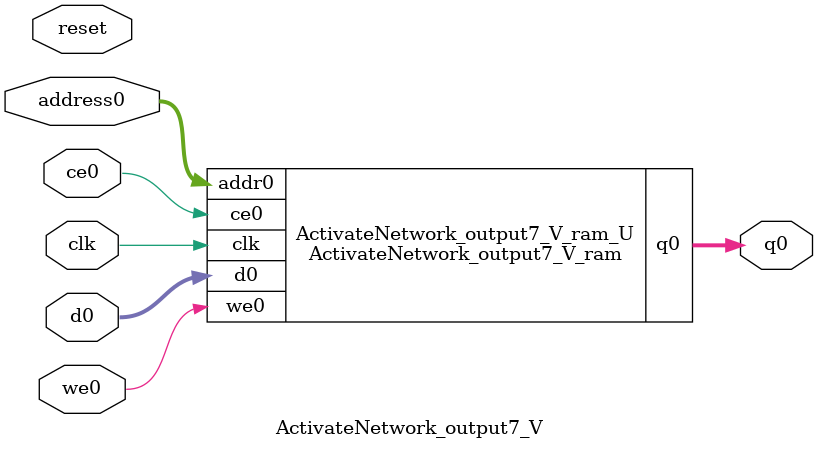
<source format=v>
`timescale 1 ns / 1 ps
module ActivateNetwork_output7_V_ram (addr0, ce0, d0, we0, q0,  clk);

parameter DWIDTH = 7;
parameter AWIDTH = 7;
parameter MEM_SIZE = 84;

input[AWIDTH-1:0] addr0;
input ce0;
input[DWIDTH-1:0] d0;
input we0;
output reg[DWIDTH-1:0] q0;
input clk;

(* ram_style = "distributed" *)reg [DWIDTH-1:0] ram[0:MEM_SIZE-1];




always @(posedge clk)  
begin 
    if (ce0) 
    begin
        if (we0) 
        begin 
            ram[addr0] <= d0; 
        end 
        q0 <= ram[addr0];
    end
end


endmodule

`timescale 1 ns / 1 ps
module ActivateNetwork_output7_V(
    reset,
    clk,
    address0,
    ce0,
    we0,
    d0,
    q0);

parameter DataWidth = 32'd7;
parameter AddressRange = 32'd84;
parameter AddressWidth = 32'd7;
input reset;
input clk;
input[AddressWidth - 1:0] address0;
input ce0;
input we0;
input[DataWidth - 1:0] d0;
output[DataWidth - 1:0] q0;



ActivateNetwork_output7_V_ram ActivateNetwork_output7_V_ram_U(
    .clk( clk ),
    .addr0( address0 ),
    .ce0( ce0 ),
    .we0( we0 ),
    .d0( d0 ),
    .q0( q0 ));

endmodule


</source>
